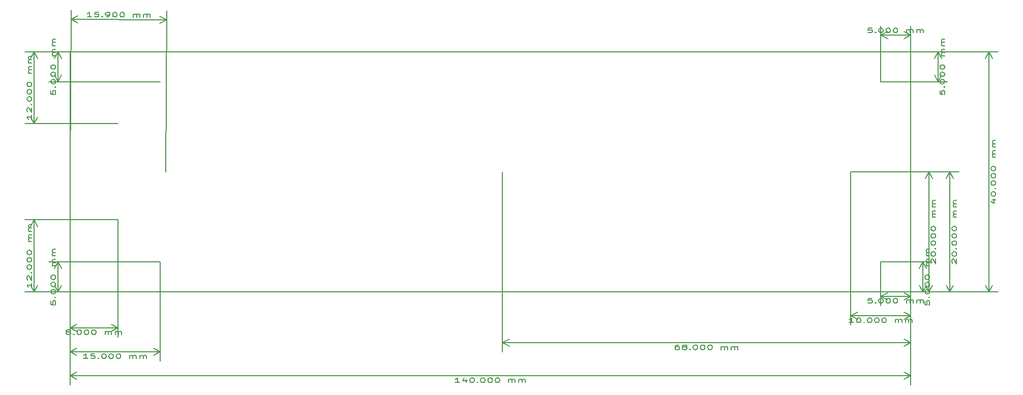
<source format=gbr>
G04 (created by PCBNEW (2013-mar-13)-testing) date Sat 16 Nov 2013 03:45:40 AM CET*
%MOIN*%
G04 Gerber Fmt 3.4, Leading zero omitted, Abs format*
%FSLAX34Y34*%
G01*
G70*
G90*
G04 APERTURE LIST*
%ADD10C,0.005906*%
%ADD11C,0.007500*%
%ADD12C,0.007874*%
G04 APERTURE END LIST*
G54D10*
G54D11*
X79269Y-62537D02*
X79173Y-62537D01*
X79126Y-62551D01*
X79102Y-62565D01*
X79054Y-62608D01*
X79030Y-62665D01*
X79030Y-62780D01*
X79054Y-62808D01*
X79078Y-62823D01*
X79126Y-62837D01*
X79221Y-62837D01*
X79269Y-62823D01*
X79292Y-62808D01*
X79316Y-62780D01*
X79316Y-62708D01*
X79292Y-62680D01*
X79269Y-62665D01*
X79221Y-62651D01*
X79126Y-62651D01*
X79078Y-62665D01*
X79054Y-62680D01*
X79030Y-62708D01*
X79602Y-62665D02*
X79554Y-62651D01*
X79530Y-62637D01*
X79507Y-62608D01*
X79507Y-62594D01*
X79530Y-62565D01*
X79554Y-62551D01*
X79602Y-62537D01*
X79697Y-62537D01*
X79745Y-62551D01*
X79769Y-62565D01*
X79792Y-62594D01*
X79792Y-62608D01*
X79769Y-62637D01*
X79745Y-62651D01*
X79697Y-62665D01*
X79602Y-62665D01*
X79554Y-62680D01*
X79530Y-62694D01*
X79507Y-62723D01*
X79507Y-62780D01*
X79530Y-62808D01*
X79554Y-62823D01*
X79602Y-62837D01*
X79697Y-62837D01*
X79745Y-62823D01*
X79769Y-62808D01*
X79792Y-62780D01*
X79792Y-62723D01*
X79769Y-62694D01*
X79745Y-62680D01*
X79697Y-62665D01*
X80007Y-62808D02*
X80030Y-62823D01*
X80007Y-62837D01*
X79983Y-62823D01*
X80007Y-62808D01*
X80007Y-62837D01*
X80340Y-62537D02*
X80388Y-62537D01*
X80435Y-62551D01*
X80459Y-62565D01*
X80483Y-62594D01*
X80507Y-62651D01*
X80507Y-62723D01*
X80483Y-62780D01*
X80459Y-62808D01*
X80435Y-62823D01*
X80388Y-62837D01*
X80340Y-62837D01*
X80292Y-62823D01*
X80269Y-62808D01*
X80245Y-62780D01*
X80221Y-62723D01*
X80221Y-62651D01*
X80245Y-62594D01*
X80269Y-62565D01*
X80292Y-62551D01*
X80340Y-62537D01*
X80816Y-62537D02*
X80864Y-62537D01*
X80911Y-62551D01*
X80935Y-62565D01*
X80959Y-62594D01*
X80983Y-62651D01*
X80983Y-62723D01*
X80959Y-62780D01*
X80935Y-62808D01*
X80911Y-62823D01*
X80864Y-62837D01*
X80816Y-62837D01*
X80769Y-62823D01*
X80745Y-62808D01*
X80721Y-62780D01*
X80697Y-62723D01*
X80697Y-62651D01*
X80721Y-62594D01*
X80745Y-62565D01*
X80769Y-62551D01*
X80816Y-62537D01*
X81292Y-62537D02*
X81340Y-62537D01*
X81388Y-62551D01*
X81411Y-62565D01*
X81435Y-62594D01*
X81459Y-62651D01*
X81459Y-62723D01*
X81435Y-62780D01*
X81411Y-62808D01*
X81388Y-62823D01*
X81340Y-62837D01*
X81292Y-62837D01*
X81245Y-62823D01*
X81221Y-62808D01*
X81197Y-62780D01*
X81173Y-62723D01*
X81173Y-62651D01*
X81197Y-62594D01*
X81221Y-62565D01*
X81245Y-62551D01*
X81292Y-62537D01*
X82054Y-62837D02*
X82054Y-62637D01*
X82054Y-62665D02*
X82078Y-62651D01*
X82126Y-62637D01*
X82197Y-62637D01*
X82245Y-62651D01*
X82269Y-62680D01*
X82269Y-62837D01*
X82269Y-62680D02*
X82292Y-62651D01*
X82340Y-62637D01*
X82411Y-62637D01*
X82459Y-62651D01*
X82483Y-62680D01*
X82483Y-62837D01*
X82721Y-62837D02*
X82721Y-62637D01*
X82721Y-62665D02*
X82745Y-62651D01*
X82792Y-62637D01*
X82864Y-62637D01*
X82911Y-62651D01*
X82935Y-62680D01*
X82935Y-62837D01*
X82935Y-62680D02*
X82959Y-62651D01*
X83007Y-62637D01*
X83078Y-62637D01*
X83126Y-62651D01*
X83149Y-62680D01*
X83149Y-62837D01*
X67716Y-62401D02*
X94488Y-62401D01*
X67716Y-51181D02*
X67716Y-63001D01*
X94488Y-51181D02*
X94488Y-63001D01*
X94488Y-62401D02*
X94044Y-62632D01*
X94488Y-62401D02*
X94044Y-62170D01*
X67716Y-62401D02*
X68160Y-62632D01*
X67716Y-62401D02*
X68160Y-62170D01*
X91932Y-59486D02*
X91694Y-59486D01*
X91670Y-59628D01*
X91694Y-59614D01*
X91742Y-59600D01*
X91861Y-59600D01*
X91908Y-59614D01*
X91932Y-59628D01*
X91956Y-59657D01*
X91956Y-59728D01*
X91932Y-59757D01*
X91908Y-59771D01*
X91861Y-59786D01*
X91742Y-59786D01*
X91694Y-59771D01*
X91670Y-59757D01*
X92170Y-59757D02*
X92194Y-59771D01*
X92170Y-59786D01*
X92146Y-59771D01*
X92170Y-59757D01*
X92170Y-59786D01*
X92503Y-59486D02*
X92551Y-59486D01*
X92599Y-59500D01*
X92622Y-59514D01*
X92646Y-59543D01*
X92670Y-59600D01*
X92670Y-59671D01*
X92646Y-59728D01*
X92622Y-59757D01*
X92599Y-59771D01*
X92551Y-59786D01*
X92503Y-59786D01*
X92456Y-59771D01*
X92432Y-59757D01*
X92408Y-59728D01*
X92384Y-59671D01*
X92384Y-59600D01*
X92408Y-59543D01*
X92432Y-59514D01*
X92456Y-59500D01*
X92503Y-59486D01*
X92980Y-59486D02*
X93027Y-59486D01*
X93075Y-59500D01*
X93099Y-59514D01*
X93122Y-59543D01*
X93146Y-59600D01*
X93146Y-59671D01*
X93122Y-59728D01*
X93099Y-59757D01*
X93075Y-59771D01*
X93027Y-59786D01*
X92980Y-59786D01*
X92932Y-59771D01*
X92908Y-59757D01*
X92884Y-59728D01*
X92861Y-59671D01*
X92861Y-59600D01*
X92884Y-59543D01*
X92908Y-59514D01*
X92932Y-59500D01*
X92980Y-59486D01*
X93456Y-59486D02*
X93503Y-59486D01*
X93551Y-59500D01*
X93575Y-59514D01*
X93599Y-59543D01*
X93622Y-59600D01*
X93622Y-59671D01*
X93599Y-59728D01*
X93575Y-59757D01*
X93551Y-59771D01*
X93503Y-59786D01*
X93456Y-59786D01*
X93408Y-59771D01*
X93384Y-59757D01*
X93361Y-59728D01*
X93337Y-59671D01*
X93337Y-59600D01*
X93361Y-59543D01*
X93384Y-59514D01*
X93408Y-59500D01*
X93456Y-59486D01*
X94218Y-59786D02*
X94218Y-59586D01*
X94218Y-59614D02*
X94242Y-59600D01*
X94289Y-59586D01*
X94361Y-59586D01*
X94408Y-59600D01*
X94432Y-59628D01*
X94432Y-59786D01*
X94432Y-59628D02*
X94456Y-59600D01*
X94503Y-59586D01*
X94575Y-59586D01*
X94622Y-59600D01*
X94646Y-59628D01*
X94646Y-59786D01*
X94884Y-59786D02*
X94884Y-59586D01*
X94884Y-59614D02*
X94908Y-59600D01*
X94956Y-59586D01*
X95027Y-59586D01*
X95075Y-59600D01*
X95099Y-59628D01*
X95099Y-59786D01*
X95099Y-59628D02*
X95122Y-59600D01*
X95170Y-59586D01*
X95242Y-59586D01*
X95289Y-59600D01*
X95313Y-59628D01*
X95313Y-59786D01*
X92519Y-59350D02*
X94488Y-59350D01*
X92519Y-57086D02*
X92519Y-59950D01*
X94488Y-57086D02*
X94488Y-59950D01*
X94488Y-59350D02*
X94044Y-59581D01*
X94488Y-59350D02*
X94044Y-59119D01*
X92519Y-59350D02*
X92963Y-59581D01*
X92519Y-59350D02*
X92963Y-59119D01*
X97211Y-57189D02*
X97197Y-57165D01*
X97182Y-57118D01*
X97182Y-56999D01*
X97197Y-56951D01*
X97211Y-56927D01*
X97240Y-56903D01*
X97268Y-56903D01*
X97311Y-56927D01*
X97482Y-57213D01*
X97482Y-56903D01*
X97182Y-56594D02*
X97182Y-56546D01*
X97197Y-56499D01*
X97211Y-56475D01*
X97240Y-56451D01*
X97297Y-56427D01*
X97368Y-56427D01*
X97425Y-56451D01*
X97454Y-56475D01*
X97468Y-56499D01*
X97482Y-56546D01*
X97482Y-56594D01*
X97468Y-56641D01*
X97454Y-56665D01*
X97425Y-56689D01*
X97368Y-56713D01*
X97297Y-56713D01*
X97240Y-56689D01*
X97211Y-56665D01*
X97197Y-56641D01*
X97182Y-56594D01*
X97454Y-56213D02*
X97468Y-56189D01*
X97482Y-56213D01*
X97468Y-56237D01*
X97454Y-56213D01*
X97482Y-56213D01*
X97182Y-55880D02*
X97182Y-55832D01*
X97197Y-55784D01*
X97211Y-55760D01*
X97240Y-55737D01*
X97297Y-55713D01*
X97368Y-55713D01*
X97425Y-55737D01*
X97454Y-55760D01*
X97468Y-55784D01*
X97482Y-55832D01*
X97482Y-55880D01*
X97468Y-55927D01*
X97454Y-55951D01*
X97425Y-55975D01*
X97368Y-55999D01*
X97297Y-55999D01*
X97240Y-55975D01*
X97211Y-55951D01*
X97197Y-55927D01*
X97182Y-55880D01*
X97182Y-55403D02*
X97182Y-55356D01*
X97197Y-55308D01*
X97211Y-55284D01*
X97240Y-55260D01*
X97297Y-55237D01*
X97368Y-55237D01*
X97425Y-55260D01*
X97454Y-55284D01*
X97468Y-55308D01*
X97482Y-55356D01*
X97482Y-55403D01*
X97468Y-55451D01*
X97454Y-55475D01*
X97425Y-55499D01*
X97368Y-55522D01*
X97297Y-55522D01*
X97240Y-55499D01*
X97211Y-55475D01*
X97197Y-55451D01*
X97182Y-55403D01*
X97182Y-54927D02*
X97182Y-54880D01*
X97197Y-54832D01*
X97211Y-54808D01*
X97240Y-54784D01*
X97297Y-54760D01*
X97368Y-54760D01*
X97425Y-54784D01*
X97454Y-54808D01*
X97468Y-54832D01*
X97482Y-54880D01*
X97482Y-54927D01*
X97468Y-54975D01*
X97454Y-54999D01*
X97425Y-55022D01*
X97368Y-55046D01*
X97297Y-55046D01*
X97240Y-55022D01*
X97211Y-54999D01*
X97197Y-54975D01*
X97182Y-54927D01*
X97482Y-54165D02*
X97282Y-54165D01*
X97311Y-54165D02*
X97297Y-54141D01*
X97282Y-54094D01*
X97282Y-54022D01*
X97297Y-53975D01*
X97325Y-53951D01*
X97482Y-53951D01*
X97325Y-53951D02*
X97297Y-53927D01*
X97282Y-53880D01*
X97282Y-53808D01*
X97297Y-53760D01*
X97325Y-53737D01*
X97482Y-53737D01*
X97482Y-53499D02*
X97282Y-53499D01*
X97311Y-53499D02*
X97297Y-53475D01*
X97282Y-53427D01*
X97282Y-53356D01*
X97297Y-53308D01*
X97325Y-53284D01*
X97482Y-53284D01*
X97325Y-53284D02*
X97297Y-53260D01*
X97282Y-53213D01*
X97282Y-53141D01*
X97297Y-53094D01*
X97325Y-53070D01*
X97482Y-53070D01*
X97047Y-59055D02*
X97047Y-51181D01*
X90551Y-59055D02*
X97647Y-59055D01*
X90551Y-51181D02*
X97647Y-51181D01*
X97047Y-51181D02*
X97278Y-51624D01*
X97047Y-51181D02*
X96816Y-51624D01*
X97047Y-59055D02*
X97278Y-58611D01*
X97047Y-59055D02*
X96816Y-58611D01*
X95411Y-59642D02*
X95411Y-59880D01*
X95554Y-59904D01*
X95539Y-59880D01*
X95525Y-59832D01*
X95525Y-59713D01*
X95539Y-59666D01*
X95554Y-59642D01*
X95582Y-59618D01*
X95654Y-59618D01*
X95682Y-59642D01*
X95697Y-59666D01*
X95711Y-59713D01*
X95711Y-59832D01*
X95697Y-59880D01*
X95682Y-59904D01*
X95682Y-59404D02*
X95697Y-59380D01*
X95711Y-59404D01*
X95697Y-59428D01*
X95682Y-59404D01*
X95711Y-59404D01*
X95411Y-59070D02*
X95411Y-59023D01*
X95425Y-58975D01*
X95439Y-58951D01*
X95468Y-58928D01*
X95525Y-58904D01*
X95597Y-58904D01*
X95654Y-58928D01*
X95682Y-58951D01*
X95697Y-58975D01*
X95711Y-59023D01*
X95711Y-59070D01*
X95697Y-59118D01*
X95682Y-59142D01*
X95654Y-59166D01*
X95597Y-59189D01*
X95525Y-59189D01*
X95468Y-59166D01*
X95439Y-59142D01*
X95425Y-59118D01*
X95411Y-59070D01*
X95411Y-58594D02*
X95411Y-58547D01*
X95425Y-58499D01*
X95439Y-58475D01*
X95468Y-58451D01*
X95525Y-58428D01*
X95597Y-58428D01*
X95654Y-58451D01*
X95682Y-58475D01*
X95697Y-58499D01*
X95711Y-58547D01*
X95711Y-58594D01*
X95697Y-58642D01*
X95682Y-58666D01*
X95654Y-58689D01*
X95597Y-58713D01*
X95525Y-58713D01*
X95468Y-58689D01*
X95439Y-58666D01*
X95425Y-58642D01*
X95411Y-58594D01*
X95411Y-58118D02*
X95411Y-58070D01*
X95425Y-58023D01*
X95439Y-57999D01*
X95468Y-57975D01*
X95525Y-57951D01*
X95597Y-57951D01*
X95654Y-57975D01*
X95682Y-57999D01*
X95697Y-58023D01*
X95711Y-58070D01*
X95711Y-58118D01*
X95697Y-58166D01*
X95682Y-58189D01*
X95654Y-58213D01*
X95597Y-58237D01*
X95525Y-58237D01*
X95468Y-58213D01*
X95439Y-58189D01*
X95425Y-58166D01*
X95411Y-58118D01*
X95711Y-57356D02*
X95511Y-57356D01*
X95539Y-57356D02*
X95525Y-57332D01*
X95511Y-57285D01*
X95511Y-57213D01*
X95525Y-57166D01*
X95554Y-57142D01*
X95711Y-57142D01*
X95554Y-57142D02*
X95525Y-57118D01*
X95511Y-57070D01*
X95511Y-56999D01*
X95525Y-56951D01*
X95554Y-56928D01*
X95711Y-56928D01*
X95711Y-56689D02*
X95511Y-56689D01*
X95539Y-56689D02*
X95525Y-56666D01*
X95511Y-56618D01*
X95511Y-56547D01*
X95525Y-56499D01*
X95554Y-56475D01*
X95711Y-56475D01*
X95554Y-56475D02*
X95525Y-56451D01*
X95511Y-56404D01*
X95511Y-56332D01*
X95525Y-56285D01*
X95554Y-56261D01*
X95711Y-56261D01*
X95275Y-59055D02*
X95275Y-57086D01*
X92519Y-59055D02*
X95875Y-59055D01*
X92519Y-57086D02*
X95875Y-57086D01*
X95275Y-57086D02*
X95506Y-57530D01*
X95275Y-57086D02*
X95044Y-57530D01*
X95275Y-59055D02*
X95506Y-58611D01*
X95275Y-59055D02*
X95044Y-58611D01*
X91932Y-41760D02*
X91694Y-41760D01*
X91670Y-41902D01*
X91694Y-41888D01*
X91742Y-41874D01*
X91861Y-41874D01*
X91908Y-41888D01*
X91932Y-41902D01*
X91956Y-41931D01*
X91956Y-42002D01*
X91932Y-42031D01*
X91908Y-42045D01*
X91861Y-42060D01*
X91742Y-42060D01*
X91694Y-42045D01*
X91670Y-42031D01*
X92170Y-42031D02*
X92194Y-42045D01*
X92170Y-42060D01*
X92146Y-42045D01*
X92170Y-42031D01*
X92170Y-42060D01*
X92503Y-41760D02*
X92551Y-41760D01*
X92599Y-41774D01*
X92622Y-41788D01*
X92646Y-41817D01*
X92670Y-41874D01*
X92670Y-41945D01*
X92646Y-42002D01*
X92622Y-42031D01*
X92599Y-42045D01*
X92551Y-42060D01*
X92503Y-42060D01*
X92456Y-42045D01*
X92432Y-42031D01*
X92408Y-42002D01*
X92384Y-41945D01*
X92384Y-41874D01*
X92408Y-41817D01*
X92432Y-41788D01*
X92456Y-41774D01*
X92503Y-41760D01*
X92980Y-41760D02*
X93027Y-41760D01*
X93075Y-41774D01*
X93099Y-41788D01*
X93122Y-41817D01*
X93146Y-41874D01*
X93146Y-41945D01*
X93122Y-42002D01*
X93099Y-42031D01*
X93075Y-42045D01*
X93027Y-42060D01*
X92980Y-42060D01*
X92932Y-42045D01*
X92908Y-42031D01*
X92884Y-42002D01*
X92861Y-41945D01*
X92861Y-41874D01*
X92884Y-41817D01*
X92908Y-41788D01*
X92932Y-41774D01*
X92980Y-41760D01*
X93456Y-41760D02*
X93503Y-41760D01*
X93551Y-41774D01*
X93575Y-41788D01*
X93599Y-41817D01*
X93622Y-41874D01*
X93622Y-41945D01*
X93599Y-42002D01*
X93575Y-42031D01*
X93551Y-42045D01*
X93503Y-42060D01*
X93456Y-42060D01*
X93408Y-42045D01*
X93384Y-42031D01*
X93361Y-42002D01*
X93337Y-41945D01*
X93337Y-41874D01*
X93361Y-41817D01*
X93384Y-41788D01*
X93408Y-41774D01*
X93456Y-41760D01*
X94218Y-42060D02*
X94218Y-41860D01*
X94218Y-41888D02*
X94242Y-41874D01*
X94289Y-41860D01*
X94361Y-41860D01*
X94408Y-41874D01*
X94432Y-41902D01*
X94432Y-42060D01*
X94432Y-41902D02*
X94456Y-41874D01*
X94503Y-41860D01*
X94575Y-41860D01*
X94622Y-41874D01*
X94646Y-41902D01*
X94646Y-42060D01*
X94884Y-42060D02*
X94884Y-41860D01*
X94884Y-41888D02*
X94908Y-41874D01*
X94956Y-41860D01*
X95027Y-41860D01*
X95075Y-41874D01*
X95099Y-41902D01*
X95099Y-42060D01*
X95099Y-41902D02*
X95122Y-41874D01*
X95170Y-41860D01*
X95242Y-41860D01*
X95289Y-41874D01*
X95313Y-41902D01*
X95313Y-42060D01*
X92519Y-42224D02*
X94488Y-42224D01*
X92519Y-45275D02*
X92519Y-41624D01*
X94488Y-45275D02*
X94488Y-41624D01*
X94488Y-42224D02*
X94044Y-42455D01*
X94488Y-42224D02*
X94044Y-41993D01*
X92519Y-42224D02*
X92963Y-42455D01*
X92519Y-42224D02*
X92963Y-41993D01*
X96395Y-45862D02*
X96395Y-46100D01*
X96538Y-46124D01*
X96524Y-46100D01*
X96509Y-46053D01*
X96509Y-45934D01*
X96524Y-45886D01*
X96538Y-45862D01*
X96566Y-45838D01*
X96638Y-45838D01*
X96666Y-45862D01*
X96681Y-45886D01*
X96695Y-45934D01*
X96695Y-46053D01*
X96681Y-46100D01*
X96666Y-46124D01*
X96666Y-45624D02*
X96681Y-45600D01*
X96695Y-45624D01*
X96681Y-45648D01*
X96666Y-45624D01*
X96695Y-45624D01*
X96395Y-45291D02*
X96395Y-45243D01*
X96409Y-45196D01*
X96424Y-45172D01*
X96452Y-45148D01*
X96509Y-45124D01*
X96581Y-45124D01*
X96638Y-45148D01*
X96666Y-45172D01*
X96681Y-45196D01*
X96695Y-45243D01*
X96695Y-45291D01*
X96681Y-45338D01*
X96666Y-45362D01*
X96638Y-45386D01*
X96581Y-45410D01*
X96509Y-45410D01*
X96452Y-45386D01*
X96424Y-45362D01*
X96409Y-45338D01*
X96395Y-45291D01*
X96395Y-44815D02*
X96395Y-44767D01*
X96409Y-44719D01*
X96424Y-44696D01*
X96452Y-44672D01*
X96509Y-44648D01*
X96581Y-44648D01*
X96638Y-44672D01*
X96666Y-44696D01*
X96681Y-44719D01*
X96695Y-44767D01*
X96695Y-44815D01*
X96681Y-44862D01*
X96666Y-44886D01*
X96638Y-44910D01*
X96581Y-44934D01*
X96509Y-44934D01*
X96452Y-44910D01*
X96424Y-44886D01*
X96409Y-44862D01*
X96395Y-44815D01*
X96395Y-44338D02*
X96395Y-44291D01*
X96409Y-44243D01*
X96424Y-44219D01*
X96452Y-44196D01*
X96509Y-44172D01*
X96581Y-44172D01*
X96638Y-44196D01*
X96666Y-44219D01*
X96681Y-44243D01*
X96695Y-44291D01*
X96695Y-44338D01*
X96681Y-44386D01*
X96666Y-44410D01*
X96638Y-44434D01*
X96581Y-44458D01*
X96509Y-44458D01*
X96452Y-44434D01*
X96424Y-44410D01*
X96409Y-44386D01*
X96395Y-44338D01*
X96695Y-43577D02*
X96495Y-43577D01*
X96524Y-43577D02*
X96509Y-43553D01*
X96495Y-43505D01*
X96495Y-43434D01*
X96509Y-43386D01*
X96538Y-43362D01*
X96695Y-43362D01*
X96538Y-43362D02*
X96509Y-43338D01*
X96495Y-43291D01*
X96495Y-43219D01*
X96509Y-43172D01*
X96538Y-43148D01*
X96695Y-43148D01*
X96695Y-42910D02*
X96495Y-42910D01*
X96524Y-42910D02*
X96509Y-42886D01*
X96495Y-42838D01*
X96495Y-42767D01*
X96509Y-42719D01*
X96538Y-42696D01*
X96695Y-42696D01*
X96538Y-42696D02*
X96509Y-42672D01*
X96495Y-42624D01*
X96495Y-42553D01*
X96509Y-42505D01*
X96538Y-42481D01*
X96695Y-42481D01*
X96259Y-45275D02*
X96259Y-43307D01*
X92519Y-45275D02*
X96859Y-45275D01*
X92519Y-43307D02*
X96859Y-43307D01*
X96259Y-43307D02*
X96490Y-43750D01*
X96259Y-43307D02*
X96028Y-43750D01*
X96259Y-45275D02*
X96490Y-44832D01*
X96259Y-45275D02*
X96028Y-44832D01*
X90733Y-61065D02*
X90448Y-61065D01*
X90591Y-61065D02*
X90591Y-60765D01*
X90543Y-60808D01*
X90495Y-60837D01*
X90448Y-60851D01*
X91043Y-60765D02*
X91091Y-60765D01*
X91138Y-60779D01*
X91162Y-60794D01*
X91186Y-60822D01*
X91210Y-60879D01*
X91210Y-60951D01*
X91186Y-61008D01*
X91162Y-61037D01*
X91138Y-61051D01*
X91091Y-61065D01*
X91043Y-61065D01*
X90995Y-61051D01*
X90972Y-61037D01*
X90948Y-61008D01*
X90924Y-60951D01*
X90924Y-60879D01*
X90948Y-60822D01*
X90972Y-60794D01*
X90995Y-60779D01*
X91043Y-60765D01*
X91424Y-61037D02*
X91448Y-61051D01*
X91424Y-61065D01*
X91400Y-61051D01*
X91424Y-61037D01*
X91424Y-61065D01*
X91757Y-60765D02*
X91805Y-60765D01*
X91853Y-60779D01*
X91876Y-60794D01*
X91900Y-60822D01*
X91924Y-60879D01*
X91924Y-60951D01*
X91900Y-61008D01*
X91876Y-61037D01*
X91853Y-61051D01*
X91805Y-61065D01*
X91757Y-61065D01*
X91710Y-61051D01*
X91686Y-61037D01*
X91662Y-61008D01*
X91638Y-60951D01*
X91638Y-60879D01*
X91662Y-60822D01*
X91686Y-60794D01*
X91710Y-60779D01*
X91757Y-60765D01*
X92233Y-60765D02*
X92281Y-60765D01*
X92329Y-60779D01*
X92353Y-60794D01*
X92376Y-60822D01*
X92400Y-60879D01*
X92400Y-60951D01*
X92376Y-61008D01*
X92353Y-61037D01*
X92329Y-61051D01*
X92281Y-61065D01*
X92233Y-61065D01*
X92186Y-61051D01*
X92162Y-61037D01*
X92138Y-61008D01*
X92114Y-60951D01*
X92114Y-60879D01*
X92138Y-60822D01*
X92162Y-60794D01*
X92186Y-60779D01*
X92233Y-60765D01*
X92710Y-60765D02*
X92757Y-60765D01*
X92805Y-60779D01*
X92829Y-60794D01*
X92853Y-60822D01*
X92876Y-60879D01*
X92876Y-60951D01*
X92853Y-61008D01*
X92829Y-61037D01*
X92805Y-61051D01*
X92757Y-61065D01*
X92710Y-61065D01*
X92662Y-61051D01*
X92638Y-61037D01*
X92614Y-61008D01*
X92591Y-60951D01*
X92591Y-60879D01*
X92614Y-60822D01*
X92638Y-60794D01*
X92662Y-60779D01*
X92710Y-60765D01*
X93472Y-61065D02*
X93472Y-60865D01*
X93472Y-60894D02*
X93495Y-60879D01*
X93543Y-60865D01*
X93614Y-60865D01*
X93662Y-60879D01*
X93686Y-60908D01*
X93686Y-61065D01*
X93686Y-60908D02*
X93710Y-60879D01*
X93757Y-60865D01*
X93829Y-60865D01*
X93876Y-60879D01*
X93900Y-60908D01*
X93900Y-61065D01*
X94138Y-61065D02*
X94138Y-60865D01*
X94138Y-60894D02*
X94162Y-60879D01*
X94210Y-60865D01*
X94281Y-60865D01*
X94329Y-60879D01*
X94353Y-60908D01*
X94353Y-61065D01*
X94353Y-60908D02*
X94376Y-60879D01*
X94424Y-60865D01*
X94495Y-60865D01*
X94543Y-60879D01*
X94567Y-60908D01*
X94567Y-61065D01*
X90551Y-60629D02*
X94488Y-60629D01*
X90551Y-51181D02*
X90551Y-61229D01*
X94488Y-51181D02*
X94488Y-61229D01*
X94488Y-60629D02*
X94044Y-60860D01*
X94488Y-60629D02*
X94044Y-60399D01*
X90551Y-60629D02*
X90994Y-60860D01*
X90551Y-60629D02*
X90994Y-60399D01*
X95833Y-57189D02*
X95819Y-57165D01*
X95805Y-57118D01*
X95805Y-56999D01*
X95819Y-56951D01*
X95833Y-56927D01*
X95862Y-56903D01*
X95890Y-56903D01*
X95933Y-56927D01*
X96105Y-57213D01*
X96105Y-56903D01*
X95805Y-56594D02*
X95805Y-56546D01*
X95819Y-56499D01*
X95833Y-56475D01*
X95862Y-56451D01*
X95919Y-56427D01*
X95990Y-56427D01*
X96047Y-56451D01*
X96076Y-56475D01*
X96090Y-56499D01*
X96105Y-56546D01*
X96105Y-56594D01*
X96090Y-56641D01*
X96076Y-56665D01*
X96047Y-56689D01*
X95990Y-56713D01*
X95919Y-56713D01*
X95862Y-56689D01*
X95833Y-56665D01*
X95819Y-56641D01*
X95805Y-56594D01*
X96076Y-56213D02*
X96090Y-56189D01*
X96105Y-56213D01*
X96090Y-56237D01*
X96076Y-56213D01*
X96105Y-56213D01*
X95805Y-55880D02*
X95805Y-55832D01*
X95819Y-55784D01*
X95833Y-55760D01*
X95862Y-55737D01*
X95919Y-55713D01*
X95990Y-55713D01*
X96047Y-55737D01*
X96076Y-55760D01*
X96090Y-55784D01*
X96105Y-55832D01*
X96105Y-55880D01*
X96090Y-55927D01*
X96076Y-55951D01*
X96047Y-55975D01*
X95990Y-55999D01*
X95919Y-55999D01*
X95862Y-55975D01*
X95833Y-55951D01*
X95819Y-55927D01*
X95805Y-55880D01*
X95805Y-55403D02*
X95805Y-55356D01*
X95819Y-55308D01*
X95833Y-55284D01*
X95862Y-55260D01*
X95919Y-55237D01*
X95990Y-55237D01*
X96047Y-55260D01*
X96076Y-55284D01*
X96090Y-55308D01*
X96105Y-55356D01*
X96105Y-55403D01*
X96090Y-55451D01*
X96076Y-55475D01*
X96047Y-55499D01*
X95990Y-55522D01*
X95919Y-55522D01*
X95862Y-55499D01*
X95833Y-55475D01*
X95819Y-55451D01*
X95805Y-55403D01*
X95805Y-54927D02*
X95805Y-54880D01*
X95819Y-54832D01*
X95833Y-54808D01*
X95862Y-54784D01*
X95919Y-54760D01*
X95990Y-54760D01*
X96047Y-54784D01*
X96076Y-54808D01*
X96090Y-54832D01*
X96105Y-54880D01*
X96105Y-54927D01*
X96090Y-54975D01*
X96076Y-54999D01*
X96047Y-55022D01*
X95990Y-55046D01*
X95919Y-55046D01*
X95862Y-55022D01*
X95833Y-54999D01*
X95819Y-54975D01*
X95805Y-54927D01*
X96105Y-54165D02*
X95905Y-54165D01*
X95933Y-54165D02*
X95919Y-54141D01*
X95905Y-54094D01*
X95905Y-54022D01*
X95919Y-53975D01*
X95947Y-53951D01*
X96105Y-53951D01*
X95947Y-53951D02*
X95919Y-53927D01*
X95905Y-53880D01*
X95905Y-53808D01*
X95919Y-53760D01*
X95947Y-53737D01*
X96105Y-53737D01*
X96105Y-53499D02*
X95905Y-53499D01*
X95933Y-53499D02*
X95919Y-53475D01*
X95905Y-53427D01*
X95905Y-53356D01*
X95919Y-53308D01*
X95947Y-53284D01*
X96105Y-53284D01*
X95947Y-53284D02*
X95919Y-53260D01*
X95905Y-53213D01*
X95905Y-53141D01*
X95919Y-53094D01*
X95947Y-53070D01*
X96105Y-53070D01*
X95669Y-59055D02*
X95669Y-51181D01*
X90551Y-59055D02*
X96269Y-59055D01*
X90551Y-51181D02*
X96269Y-51181D01*
X95669Y-51181D02*
X95900Y-51624D01*
X95669Y-51181D02*
X95438Y-51624D01*
X95669Y-59055D02*
X95900Y-58611D01*
X95669Y-59055D02*
X95438Y-58611D01*
X40778Y-41023D02*
X40492Y-41021D01*
X40635Y-41022D02*
X40637Y-40722D01*
X40589Y-40765D01*
X40541Y-40793D01*
X40493Y-40807D01*
X41232Y-40726D02*
X40994Y-40724D01*
X40969Y-40867D01*
X40993Y-40853D01*
X41041Y-40839D01*
X41160Y-40840D01*
X41207Y-40854D01*
X41231Y-40869D01*
X41255Y-40897D01*
X41254Y-40969D01*
X41230Y-40997D01*
X41206Y-41011D01*
X41158Y-41025D01*
X41039Y-41025D01*
X40992Y-41010D01*
X40968Y-40996D01*
X41468Y-40999D02*
X41492Y-41013D01*
X41468Y-41027D01*
X41444Y-41013D01*
X41468Y-40999D01*
X41468Y-41027D01*
X41730Y-41029D02*
X41825Y-41030D01*
X41873Y-41016D01*
X41897Y-41001D01*
X41945Y-40959D01*
X41969Y-40902D01*
X41969Y-40788D01*
X41946Y-40759D01*
X41922Y-40744D01*
X41875Y-40730D01*
X41779Y-40729D01*
X41732Y-40743D01*
X41708Y-40757D01*
X41684Y-40786D01*
X41683Y-40857D01*
X41707Y-40886D01*
X41731Y-40900D01*
X41778Y-40915D01*
X41873Y-40916D01*
X41921Y-40902D01*
X41945Y-40887D01*
X41969Y-40859D01*
X42279Y-40732D02*
X42327Y-40733D01*
X42375Y-40747D01*
X42398Y-40762D01*
X42422Y-40790D01*
X42445Y-40848D01*
X42445Y-40919D01*
X42421Y-40976D01*
X42397Y-41005D01*
X42373Y-41019D01*
X42325Y-41033D01*
X42277Y-41032D01*
X42230Y-41018D01*
X42206Y-41003D01*
X42183Y-40975D01*
X42159Y-40917D01*
X42160Y-40846D01*
X42184Y-40789D01*
X42208Y-40761D01*
X42232Y-40746D01*
X42279Y-40732D01*
X42756Y-40735D02*
X42803Y-40736D01*
X42851Y-40750D01*
X42874Y-40765D01*
X42898Y-40793D01*
X42921Y-40851D01*
X42921Y-40922D01*
X42897Y-40979D01*
X42873Y-41008D01*
X42849Y-41022D01*
X42801Y-41036D01*
X42754Y-41035D01*
X42706Y-41021D01*
X42682Y-41006D01*
X42659Y-40978D01*
X42635Y-40920D01*
X42636Y-40849D01*
X42660Y-40792D01*
X42684Y-40763D01*
X42708Y-40749D01*
X42756Y-40735D01*
X43516Y-41040D02*
X43517Y-40840D01*
X43517Y-40869D02*
X43541Y-40855D01*
X43588Y-40841D01*
X43660Y-40841D01*
X43707Y-40856D01*
X43731Y-40884D01*
X43730Y-41042D01*
X43731Y-40884D02*
X43755Y-40856D01*
X43803Y-40842D01*
X43874Y-40842D01*
X43921Y-40857D01*
X43945Y-40886D01*
X43944Y-41043D01*
X44182Y-41044D02*
X44183Y-40844D01*
X44183Y-40873D02*
X44207Y-40859D01*
X44255Y-40845D01*
X44326Y-40845D01*
X44374Y-40860D01*
X44397Y-40889D01*
X44396Y-41046D01*
X44397Y-40889D02*
X44421Y-40860D01*
X44469Y-40846D01*
X44541Y-40847D01*
X44588Y-40861D01*
X44612Y-40890D01*
X44611Y-41047D01*
X39432Y-41179D02*
X45692Y-41218D01*
X39370Y-51141D02*
X39436Y-40579D01*
X45629Y-51181D02*
X45696Y-40618D01*
X45692Y-41218D02*
X45247Y-41446D01*
X45692Y-41218D02*
X45250Y-40984D01*
X39432Y-41179D02*
X39874Y-41412D01*
X39432Y-41179D02*
X39877Y-40951D01*
X36843Y-47455D02*
X36843Y-47740D01*
X36843Y-47597D02*
X36543Y-47597D01*
X36586Y-47645D01*
X36615Y-47693D01*
X36629Y-47740D01*
X36572Y-47264D02*
X36557Y-47240D01*
X36543Y-47193D01*
X36543Y-47074D01*
X36557Y-47026D01*
X36572Y-47002D01*
X36600Y-46978D01*
X36629Y-46978D01*
X36672Y-47002D01*
X36843Y-47288D01*
X36843Y-46978D01*
X36815Y-46764D02*
X36829Y-46740D01*
X36843Y-46764D01*
X36829Y-46788D01*
X36815Y-46764D01*
X36843Y-46764D01*
X36543Y-46431D02*
X36543Y-46383D01*
X36557Y-46335D01*
X36572Y-46312D01*
X36600Y-46288D01*
X36657Y-46264D01*
X36729Y-46264D01*
X36786Y-46288D01*
X36815Y-46312D01*
X36829Y-46335D01*
X36843Y-46383D01*
X36843Y-46431D01*
X36829Y-46478D01*
X36815Y-46502D01*
X36786Y-46526D01*
X36729Y-46550D01*
X36657Y-46550D01*
X36600Y-46526D01*
X36572Y-46502D01*
X36557Y-46478D01*
X36543Y-46431D01*
X36543Y-45955D02*
X36543Y-45907D01*
X36557Y-45859D01*
X36572Y-45835D01*
X36600Y-45812D01*
X36657Y-45788D01*
X36729Y-45788D01*
X36786Y-45812D01*
X36815Y-45835D01*
X36829Y-45859D01*
X36843Y-45907D01*
X36843Y-45955D01*
X36829Y-46002D01*
X36815Y-46026D01*
X36786Y-46050D01*
X36729Y-46074D01*
X36657Y-46074D01*
X36600Y-46050D01*
X36572Y-46026D01*
X36557Y-46002D01*
X36543Y-45955D01*
X36543Y-45478D02*
X36543Y-45431D01*
X36557Y-45383D01*
X36572Y-45359D01*
X36600Y-45335D01*
X36657Y-45312D01*
X36729Y-45312D01*
X36786Y-45335D01*
X36815Y-45359D01*
X36829Y-45383D01*
X36843Y-45431D01*
X36843Y-45478D01*
X36829Y-45526D01*
X36815Y-45550D01*
X36786Y-45574D01*
X36729Y-45597D01*
X36657Y-45597D01*
X36600Y-45574D01*
X36572Y-45550D01*
X36557Y-45526D01*
X36543Y-45478D01*
X36843Y-44716D02*
X36643Y-44716D01*
X36672Y-44716D02*
X36657Y-44693D01*
X36643Y-44645D01*
X36643Y-44574D01*
X36657Y-44526D01*
X36686Y-44502D01*
X36843Y-44502D01*
X36686Y-44502D02*
X36657Y-44478D01*
X36643Y-44431D01*
X36643Y-44359D01*
X36657Y-44312D01*
X36686Y-44288D01*
X36843Y-44288D01*
X36843Y-44050D02*
X36643Y-44050D01*
X36672Y-44050D02*
X36657Y-44026D01*
X36643Y-43978D01*
X36643Y-43907D01*
X36657Y-43859D01*
X36686Y-43835D01*
X36843Y-43835D01*
X36686Y-43835D02*
X36657Y-43812D01*
X36643Y-43764D01*
X36643Y-43693D01*
X36657Y-43645D01*
X36686Y-43621D01*
X36843Y-43621D01*
X37007Y-48031D02*
X37007Y-43307D01*
X42519Y-48031D02*
X36407Y-48031D01*
X42519Y-43307D02*
X36407Y-43307D01*
X37007Y-43307D02*
X37238Y-43750D01*
X37007Y-43307D02*
X36776Y-43750D01*
X37007Y-48031D02*
X37238Y-47587D01*
X37007Y-48031D02*
X36776Y-47587D01*
X38118Y-45862D02*
X38118Y-46100D01*
X38261Y-46124D01*
X38246Y-46100D01*
X38232Y-46053D01*
X38232Y-45934D01*
X38246Y-45886D01*
X38261Y-45862D01*
X38289Y-45838D01*
X38361Y-45838D01*
X38389Y-45862D01*
X38404Y-45886D01*
X38418Y-45934D01*
X38418Y-46053D01*
X38404Y-46100D01*
X38389Y-46124D01*
X38389Y-45624D02*
X38404Y-45600D01*
X38418Y-45624D01*
X38404Y-45648D01*
X38389Y-45624D01*
X38418Y-45624D01*
X38118Y-45291D02*
X38118Y-45243D01*
X38132Y-45196D01*
X38146Y-45172D01*
X38175Y-45148D01*
X38232Y-45124D01*
X38304Y-45124D01*
X38361Y-45148D01*
X38389Y-45172D01*
X38404Y-45196D01*
X38418Y-45243D01*
X38418Y-45291D01*
X38404Y-45338D01*
X38389Y-45362D01*
X38361Y-45386D01*
X38304Y-45410D01*
X38232Y-45410D01*
X38175Y-45386D01*
X38146Y-45362D01*
X38132Y-45338D01*
X38118Y-45291D01*
X38118Y-44815D02*
X38118Y-44767D01*
X38132Y-44719D01*
X38146Y-44696D01*
X38175Y-44672D01*
X38232Y-44648D01*
X38304Y-44648D01*
X38361Y-44672D01*
X38389Y-44696D01*
X38404Y-44719D01*
X38418Y-44767D01*
X38418Y-44815D01*
X38404Y-44862D01*
X38389Y-44886D01*
X38361Y-44910D01*
X38304Y-44934D01*
X38232Y-44934D01*
X38175Y-44910D01*
X38146Y-44886D01*
X38132Y-44862D01*
X38118Y-44815D01*
X38118Y-44338D02*
X38118Y-44291D01*
X38132Y-44243D01*
X38146Y-44219D01*
X38175Y-44196D01*
X38232Y-44172D01*
X38304Y-44172D01*
X38361Y-44196D01*
X38389Y-44219D01*
X38404Y-44243D01*
X38418Y-44291D01*
X38418Y-44338D01*
X38404Y-44386D01*
X38389Y-44410D01*
X38361Y-44434D01*
X38304Y-44458D01*
X38232Y-44458D01*
X38175Y-44434D01*
X38146Y-44410D01*
X38132Y-44386D01*
X38118Y-44338D01*
X38418Y-43577D02*
X38218Y-43577D01*
X38246Y-43577D02*
X38232Y-43553D01*
X38218Y-43505D01*
X38218Y-43434D01*
X38232Y-43386D01*
X38261Y-43362D01*
X38418Y-43362D01*
X38261Y-43362D02*
X38232Y-43338D01*
X38218Y-43291D01*
X38218Y-43219D01*
X38232Y-43172D01*
X38261Y-43148D01*
X38418Y-43148D01*
X38418Y-42910D02*
X38218Y-42910D01*
X38246Y-42910D02*
X38232Y-42886D01*
X38218Y-42838D01*
X38218Y-42767D01*
X38232Y-42719D01*
X38261Y-42696D01*
X38418Y-42696D01*
X38261Y-42696D02*
X38232Y-42672D01*
X38218Y-42624D01*
X38218Y-42553D01*
X38232Y-42505D01*
X38261Y-42481D01*
X38418Y-42481D01*
X38582Y-45275D02*
X38582Y-43307D01*
X45275Y-45275D02*
X37982Y-45275D01*
X45275Y-43307D02*
X37982Y-43307D01*
X38582Y-43307D02*
X38813Y-43750D01*
X38582Y-43307D02*
X38351Y-43750D01*
X38582Y-45275D02*
X38813Y-44832D01*
X38582Y-45275D02*
X38351Y-44832D01*
X36843Y-58478D02*
X36843Y-58764D01*
X36843Y-58621D02*
X36543Y-58621D01*
X36586Y-58669D01*
X36615Y-58716D01*
X36629Y-58764D01*
X36572Y-58288D02*
X36557Y-58264D01*
X36543Y-58216D01*
X36543Y-58097D01*
X36557Y-58050D01*
X36572Y-58026D01*
X36600Y-58002D01*
X36629Y-58002D01*
X36672Y-58026D01*
X36843Y-58311D01*
X36843Y-58002D01*
X36815Y-57788D02*
X36829Y-57764D01*
X36843Y-57788D01*
X36829Y-57811D01*
X36815Y-57788D01*
X36843Y-57788D01*
X36543Y-57454D02*
X36543Y-57407D01*
X36557Y-57359D01*
X36572Y-57335D01*
X36600Y-57311D01*
X36657Y-57288D01*
X36729Y-57288D01*
X36786Y-57311D01*
X36815Y-57335D01*
X36829Y-57359D01*
X36843Y-57407D01*
X36843Y-57454D01*
X36829Y-57502D01*
X36815Y-57526D01*
X36786Y-57550D01*
X36729Y-57573D01*
X36657Y-57573D01*
X36600Y-57550D01*
X36572Y-57526D01*
X36557Y-57502D01*
X36543Y-57454D01*
X36543Y-56978D02*
X36543Y-56931D01*
X36557Y-56883D01*
X36572Y-56859D01*
X36600Y-56835D01*
X36657Y-56811D01*
X36729Y-56811D01*
X36786Y-56835D01*
X36815Y-56859D01*
X36829Y-56883D01*
X36843Y-56931D01*
X36843Y-56978D01*
X36829Y-57026D01*
X36815Y-57050D01*
X36786Y-57073D01*
X36729Y-57097D01*
X36657Y-57097D01*
X36600Y-57073D01*
X36572Y-57050D01*
X36557Y-57026D01*
X36543Y-56978D01*
X36543Y-56502D02*
X36543Y-56454D01*
X36557Y-56407D01*
X36572Y-56383D01*
X36600Y-56359D01*
X36657Y-56335D01*
X36729Y-56335D01*
X36786Y-56359D01*
X36815Y-56383D01*
X36829Y-56407D01*
X36843Y-56454D01*
X36843Y-56502D01*
X36829Y-56550D01*
X36815Y-56573D01*
X36786Y-56597D01*
X36729Y-56621D01*
X36657Y-56621D01*
X36600Y-56597D01*
X36572Y-56573D01*
X36557Y-56550D01*
X36543Y-56502D01*
X36843Y-55740D02*
X36643Y-55740D01*
X36672Y-55740D02*
X36657Y-55716D01*
X36643Y-55669D01*
X36643Y-55597D01*
X36657Y-55550D01*
X36686Y-55526D01*
X36843Y-55526D01*
X36686Y-55526D02*
X36657Y-55502D01*
X36643Y-55454D01*
X36643Y-55383D01*
X36657Y-55335D01*
X36686Y-55311D01*
X36843Y-55311D01*
X36843Y-55073D02*
X36643Y-55073D01*
X36672Y-55073D02*
X36657Y-55050D01*
X36643Y-55002D01*
X36643Y-54931D01*
X36657Y-54883D01*
X36686Y-54859D01*
X36843Y-54859D01*
X36686Y-54859D02*
X36657Y-54835D01*
X36643Y-54788D01*
X36643Y-54716D01*
X36657Y-54669D01*
X36686Y-54645D01*
X36843Y-54645D01*
X37007Y-59055D02*
X37007Y-54330D01*
X42519Y-59055D02*
X36407Y-59055D01*
X42519Y-54330D02*
X36407Y-54330D01*
X37007Y-54330D02*
X37238Y-54774D01*
X37007Y-54330D02*
X36776Y-54774D01*
X37007Y-59055D02*
X37238Y-58611D01*
X37007Y-59055D02*
X36776Y-58611D01*
X38118Y-59642D02*
X38118Y-59880D01*
X38261Y-59904D01*
X38246Y-59880D01*
X38232Y-59832D01*
X38232Y-59713D01*
X38246Y-59666D01*
X38261Y-59642D01*
X38289Y-59618D01*
X38361Y-59618D01*
X38389Y-59642D01*
X38404Y-59666D01*
X38418Y-59713D01*
X38418Y-59832D01*
X38404Y-59880D01*
X38389Y-59904D01*
X38389Y-59404D02*
X38404Y-59380D01*
X38418Y-59404D01*
X38404Y-59428D01*
X38389Y-59404D01*
X38418Y-59404D01*
X38118Y-59070D02*
X38118Y-59023D01*
X38132Y-58975D01*
X38146Y-58951D01*
X38175Y-58928D01*
X38232Y-58904D01*
X38304Y-58904D01*
X38361Y-58928D01*
X38389Y-58951D01*
X38404Y-58975D01*
X38418Y-59023D01*
X38418Y-59070D01*
X38404Y-59118D01*
X38389Y-59142D01*
X38361Y-59166D01*
X38304Y-59189D01*
X38232Y-59189D01*
X38175Y-59166D01*
X38146Y-59142D01*
X38132Y-59118D01*
X38118Y-59070D01*
X38118Y-58594D02*
X38118Y-58547D01*
X38132Y-58499D01*
X38146Y-58475D01*
X38175Y-58451D01*
X38232Y-58428D01*
X38304Y-58428D01*
X38361Y-58451D01*
X38389Y-58475D01*
X38404Y-58499D01*
X38418Y-58547D01*
X38418Y-58594D01*
X38404Y-58642D01*
X38389Y-58666D01*
X38361Y-58689D01*
X38304Y-58713D01*
X38232Y-58713D01*
X38175Y-58689D01*
X38146Y-58666D01*
X38132Y-58642D01*
X38118Y-58594D01*
X38118Y-58118D02*
X38118Y-58070D01*
X38132Y-58023D01*
X38146Y-57999D01*
X38175Y-57975D01*
X38232Y-57951D01*
X38304Y-57951D01*
X38361Y-57975D01*
X38389Y-57999D01*
X38404Y-58023D01*
X38418Y-58070D01*
X38418Y-58118D01*
X38404Y-58166D01*
X38389Y-58189D01*
X38361Y-58213D01*
X38304Y-58237D01*
X38232Y-58237D01*
X38175Y-58213D01*
X38146Y-58189D01*
X38132Y-58166D01*
X38118Y-58118D01*
X38418Y-57356D02*
X38218Y-57356D01*
X38246Y-57356D02*
X38232Y-57332D01*
X38218Y-57285D01*
X38218Y-57213D01*
X38232Y-57166D01*
X38261Y-57142D01*
X38418Y-57142D01*
X38261Y-57142D02*
X38232Y-57118D01*
X38218Y-57070D01*
X38218Y-56999D01*
X38232Y-56951D01*
X38261Y-56928D01*
X38418Y-56928D01*
X38418Y-56689D02*
X38218Y-56689D01*
X38246Y-56689D02*
X38232Y-56666D01*
X38218Y-56618D01*
X38218Y-56547D01*
X38232Y-56499D01*
X38261Y-56475D01*
X38418Y-56475D01*
X38261Y-56475D02*
X38232Y-56451D01*
X38218Y-56404D01*
X38218Y-56332D01*
X38232Y-56285D01*
X38261Y-56261D01*
X38418Y-56261D01*
X38582Y-59055D02*
X38582Y-57086D01*
X45275Y-59055D02*
X37982Y-59055D01*
X45275Y-57086D02*
X37982Y-57086D01*
X38582Y-57086D02*
X38813Y-57530D01*
X38582Y-57086D02*
X38351Y-57530D01*
X38582Y-59055D02*
X38813Y-58611D01*
X38582Y-59055D02*
X38351Y-58611D01*
X39206Y-61681D02*
X39159Y-61667D01*
X39135Y-61653D01*
X39111Y-61624D01*
X39111Y-61610D01*
X39135Y-61581D01*
X39159Y-61567D01*
X39206Y-61553D01*
X39302Y-61553D01*
X39349Y-61567D01*
X39373Y-61581D01*
X39397Y-61610D01*
X39397Y-61624D01*
X39373Y-61653D01*
X39349Y-61667D01*
X39302Y-61681D01*
X39206Y-61681D01*
X39159Y-61695D01*
X39135Y-61710D01*
X39111Y-61738D01*
X39111Y-61795D01*
X39135Y-61824D01*
X39159Y-61838D01*
X39206Y-61853D01*
X39302Y-61853D01*
X39349Y-61838D01*
X39373Y-61824D01*
X39397Y-61795D01*
X39397Y-61738D01*
X39373Y-61710D01*
X39349Y-61695D01*
X39302Y-61681D01*
X39611Y-61824D02*
X39635Y-61838D01*
X39611Y-61853D01*
X39587Y-61838D01*
X39611Y-61824D01*
X39611Y-61853D01*
X39944Y-61553D02*
X39992Y-61553D01*
X40040Y-61567D01*
X40063Y-61581D01*
X40087Y-61610D01*
X40111Y-61667D01*
X40111Y-61738D01*
X40087Y-61795D01*
X40063Y-61824D01*
X40040Y-61838D01*
X39992Y-61853D01*
X39944Y-61853D01*
X39897Y-61838D01*
X39873Y-61824D01*
X39849Y-61795D01*
X39825Y-61738D01*
X39825Y-61667D01*
X39849Y-61610D01*
X39873Y-61581D01*
X39897Y-61567D01*
X39944Y-61553D01*
X40421Y-61553D02*
X40468Y-61553D01*
X40516Y-61567D01*
X40540Y-61581D01*
X40563Y-61610D01*
X40587Y-61667D01*
X40587Y-61738D01*
X40563Y-61795D01*
X40540Y-61824D01*
X40516Y-61838D01*
X40468Y-61853D01*
X40421Y-61853D01*
X40373Y-61838D01*
X40349Y-61824D01*
X40325Y-61795D01*
X40302Y-61738D01*
X40302Y-61667D01*
X40325Y-61610D01*
X40349Y-61581D01*
X40373Y-61567D01*
X40421Y-61553D01*
X40897Y-61553D02*
X40944Y-61553D01*
X40992Y-61567D01*
X41016Y-61581D01*
X41040Y-61610D01*
X41063Y-61667D01*
X41063Y-61738D01*
X41040Y-61795D01*
X41016Y-61824D01*
X40992Y-61838D01*
X40944Y-61853D01*
X40897Y-61853D01*
X40849Y-61838D01*
X40825Y-61824D01*
X40802Y-61795D01*
X40778Y-61738D01*
X40778Y-61667D01*
X40802Y-61610D01*
X40825Y-61581D01*
X40849Y-61567D01*
X40897Y-61553D01*
X41659Y-61853D02*
X41659Y-61653D01*
X41659Y-61681D02*
X41682Y-61667D01*
X41730Y-61653D01*
X41802Y-61653D01*
X41849Y-61667D01*
X41873Y-61695D01*
X41873Y-61853D01*
X41873Y-61695D02*
X41897Y-61667D01*
X41944Y-61653D01*
X42016Y-61653D01*
X42063Y-61667D01*
X42087Y-61695D01*
X42087Y-61853D01*
X42325Y-61853D02*
X42325Y-61653D01*
X42325Y-61681D02*
X42349Y-61667D01*
X42397Y-61653D01*
X42468Y-61653D01*
X42516Y-61667D01*
X42540Y-61695D01*
X42540Y-61853D01*
X42540Y-61695D02*
X42563Y-61667D01*
X42611Y-61653D01*
X42682Y-61653D01*
X42730Y-61667D01*
X42754Y-61695D01*
X42754Y-61853D01*
X39370Y-61417D02*
X42519Y-61417D01*
X39370Y-54330D02*
X39370Y-62017D01*
X42519Y-54330D02*
X42519Y-62017D01*
X42519Y-61417D02*
X42076Y-61648D01*
X42519Y-61417D02*
X42076Y-61186D01*
X39370Y-61417D02*
X39813Y-61648D01*
X39370Y-61417D02*
X39813Y-61186D01*
X40537Y-63427D02*
X40251Y-63427D01*
X40394Y-63427D02*
X40394Y-63127D01*
X40346Y-63170D01*
X40299Y-63199D01*
X40251Y-63213D01*
X40989Y-63127D02*
X40751Y-63127D01*
X40727Y-63270D01*
X40751Y-63256D01*
X40799Y-63242D01*
X40918Y-63242D01*
X40965Y-63256D01*
X40989Y-63270D01*
X41013Y-63299D01*
X41013Y-63370D01*
X40989Y-63399D01*
X40965Y-63413D01*
X40918Y-63427D01*
X40799Y-63427D01*
X40751Y-63413D01*
X40727Y-63399D01*
X41227Y-63399D02*
X41251Y-63413D01*
X41227Y-63427D01*
X41203Y-63413D01*
X41227Y-63399D01*
X41227Y-63427D01*
X41560Y-63127D02*
X41608Y-63127D01*
X41656Y-63142D01*
X41679Y-63156D01*
X41703Y-63184D01*
X41727Y-63242D01*
X41727Y-63313D01*
X41703Y-63370D01*
X41679Y-63399D01*
X41656Y-63413D01*
X41608Y-63427D01*
X41560Y-63427D01*
X41513Y-63413D01*
X41489Y-63399D01*
X41465Y-63370D01*
X41441Y-63313D01*
X41441Y-63242D01*
X41465Y-63184D01*
X41489Y-63156D01*
X41513Y-63142D01*
X41560Y-63127D01*
X42037Y-63127D02*
X42084Y-63127D01*
X42132Y-63142D01*
X42156Y-63156D01*
X42179Y-63184D01*
X42203Y-63242D01*
X42203Y-63313D01*
X42179Y-63370D01*
X42156Y-63399D01*
X42132Y-63413D01*
X42084Y-63427D01*
X42037Y-63427D01*
X41989Y-63413D01*
X41965Y-63399D01*
X41941Y-63370D01*
X41918Y-63313D01*
X41918Y-63242D01*
X41941Y-63184D01*
X41965Y-63156D01*
X41989Y-63142D01*
X42037Y-63127D01*
X42513Y-63127D02*
X42560Y-63127D01*
X42608Y-63142D01*
X42632Y-63156D01*
X42656Y-63184D01*
X42679Y-63242D01*
X42679Y-63313D01*
X42656Y-63370D01*
X42632Y-63399D01*
X42608Y-63413D01*
X42560Y-63427D01*
X42513Y-63427D01*
X42465Y-63413D01*
X42441Y-63399D01*
X42418Y-63370D01*
X42394Y-63313D01*
X42394Y-63242D01*
X42418Y-63184D01*
X42441Y-63156D01*
X42465Y-63142D01*
X42513Y-63127D01*
X43275Y-63427D02*
X43275Y-63227D01*
X43275Y-63256D02*
X43299Y-63242D01*
X43346Y-63227D01*
X43418Y-63227D01*
X43465Y-63242D01*
X43489Y-63270D01*
X43489Y-63427D01*
X43489Y-63270D02*
X43513Y-63242D01*
X43560Y-63227D01*
X43632Y-63227D01*
X43679Y-63242D01*
X43703Y-63270D01*
X43703Y-63427D01*
X43941Y-63427D02*
X43941Y-63227D01*
X43941Y-63256D02*
X43965Y-63242D01*
X44013Y-63227D01*
X44084Y-63227D01*
X44132Y-63242D01*
X44156Y-63270D01*
X44156Y-63427D01*
X44156Y-63270D02*
X44179Y-63242D01*
X44227Y-63227D01*
X44299Y-63227D01*
X44346Y-63242D01*
X44370Y-63270D01*
X44370Y-63427D01*
X39370Y-62992D02*
X45275Y-62992D01*
X39370Y-57086D02*
X39370Y-63592D01*
X45275Y-57086D02*
X45275Y-63592D01*
X45275Y-62992D02*
X44832Y-63223D01*
X45275Y-62992D02*
X44832Y-62761D01*
X39370Y-62992D02*
X39813Y-63223D01*
X39370Y-62992D02*
X39813Y-62761D01*
X99842Y-53014D02*
X100042Y-53014D01*
X99727Y-53133D02*
X99942Y-53252D01*
X99942Y-52943D01*
X99742Y-52657D02*
X99742Y-52609D01*
X99756Y-52562D01*
X99770Y-52538D01*
X99799Y-52514D01*
X99856Y-52490D01*
X99927Y-52490D01*
X99984Y-52514D01*
X100013Y-52538D01*
X100027Y-52562D01*
X100042Y-52609D01*
X100042Y-52657D01*
X100027Y-52704D01*
X100013Y-52728D01*
X99984Y-52752D01*
X99927Y-52776D01*
X99856Y-52776D01*
X99799Y-52752D01*
X99770Y-52728D01*
X99756Y-52704D01*
X99742Y-52657D01*
X100013Y-52276D02*
X100027Y-52252D01*
X100042Y-52276D01*
X100027Y-52300D01*
X100013Y-52276D01*
X100042Y-52276D01*
X99742Y-51943D02*
X99742Y-51895D01*
X99756Y-51847D01*
X99770Y-51823D01*
X99799Y-51800D01*
X99856Y-51776D01*
X99927Y-51776D01*
X99984Y-51800D01*
X100013Y-51823D01*
X100027Y-51847D01*
X100042Y-51895D01*
X100042Y-51943D01*
X100027Y-51990D01*
X100013Y-52014D01*
X99984Y-52038D01*
X99927Y-52062D01*
X99856Y-52062D01*
X99799Y-52038D01*
X99770Y-52014D01*
X99756Y-51990D01*
X99742Y-51943D01*
X99742Y-51466D02*
X99742Y-51419D01*
X99756Y-51371D01*
X99770Y-51347D01*
X99799Y-51323D01*
X99856Y-51300D01*
X99927Y-51300D01*
X99984Y-51323D01*
X100013Y-51347D01*
X100027Y-51371D01*
X100042Y-51419D01*
X100042Y-51466D01*
X100027Y-51514D01*
X100013Y-51538D01*
X99984Y-51562D01*
X99927Y-51585D01*
X99856Y-51585D01*
X99799Y-51562D01*
X99770Y-51538D01*
X99756Y-51514D01*
X99742Y-51466D01*
X99742Y-50990D02*
X99742Y-50943D01*
X99756Y-50895D01*
X99770Y-50871D01*
X99799Y-50847D01*
X99856Y-50823D01*
X99927Y-50823D01*
X99984Y-50847D01*
X100013Y-50871D01*
X100027Y-50895D01*
X100042Y-50943D01*
X100042Y-50990D01*
X100027Y-51038D01*
X100013Y-51062D01*
X99984Y-51085D01*
X99927Y-51109D01*
X99856Y-51109D01*
X99799Y-51085D01*
X99770Y-51062D01*
X99756Y-51038D01*
X99742Y-50990D01*
X100042Y-50228D02*
X99842Y-50228D01*
X99870Y-50228D02*
X99856Y-50204D01*
X99842Y-50157D01*
X99842Y-50085D01*
X99856Y-50038D01*
X99884Y-50014D01*
X100042Y-50014D01*
X99884Y-50014D02*
X99856Y-49990D01*
X99842Y-49943D01*
X99842Y-49871D01*
X99856Y-49823D01*
X99884Y-49800D01*
X100042Y-49800D01*
X100042Y-49562D02*
X99842Y-49562D01*
X99870Y-49562D02*
X99856Y-49538D01*
X99842Y-49490D01*
X99842Y-49419D01*
X99856Y-49371D01*
X99884Y-49347D01*
X100042Y-49347D01*
X99884Y-49347D02*
X99856Y-49323D01*
X99842Y-49276D01*
X99842Y-49204D01*
X99856Y-49157D01*
X99884Y-49133D01*
X100042Y-49133D01*
X99606Y-59055D02*
X99606Y-43307D01*
X94488Y-59055D02*
X100206Y-59055D01*
X94488Y-43307D02*
X100206Y-43307D01*
X99606Y-43307D02*
X99837Y-43750D01*
X99606Y-43307D02*
X99375Y-43750D01*
X99606Y-59055D02*
X99837Y-58611D01*
X99606Y-59055D02*
X99375Y-58611D01*
X64905Y-65002D02*
X64619Y-65002D01*
X64762Y-65002D02*
X64762Y-64702D01*
X64714Y-64745D01*
X64667Y-64774D01*
X64619Y-64788D01*
X65333Y-64802D02*
X65333Y-65002D01*
X65214Y-64688D02*
X65095Y-64902D01*
X65405Y-64902D01*
X65691Y-64702D02*
X65738Y-64702D01*
X65786Y-64716D01*
X65810Y-64731D01*
X65833Y-64759D01*
X65857Y-64816D01*
X65857Y-64888D01*
X65833Y-64945D01*
X65810Y-64974D01*
X65786Y-64988D01*
X65738Y-65002D01*
X65691Y-65002D01*
X65643Y-64988D01*
X65619Y-64974D01*
X65595Y-64945D01*
X65571Y-64888D01*
X65571Y-64816D01*
X65595Y-64759D01*
X65619Y-64731D01*
X65643Y-64716D01*
X65691Y-64702D01*
X66071Y-64974D02*
X66095Y-64988D01*
X66071Y-65002D01*
X66048Y-64988D01*
X66071Y-64974D01*
X66071Y-65002D01*
X66405Y-64702D02*
X66452Y-64702D01*
X66500Y-64716D01*
X66524Y-64731D01*
X66548Y-64759D01*
X66571Y-64816D01*
X66571Y-64888D01*
X66548Y-64945D01*
X66524Y-64974D01*
X66500Y-64988D01*
X66452Y-65002D01*
X66405Y-65002D01*
X66357Y-64988D01*
X66333Y-64974D01*
X66310Y-64945D01*
X66286Y-64888D01*
X66286Y-64816D01*
X66310Y-64759D01*
X66333Y-64731D01*
X66357Y-64716D01*
X66405Y-64702D01*
X66881Y-64702D02*
X66929Y-64702D01*
X66976Y-64716D01*
X67000Y-64731D01*
X67024Y-64759D01*
X67048Y-64816D01*
X67048Y-64888D01*
X67024Y-64945D01*
X67000Y-64974D01*
X66976Y-64988D01*
X66929Y-65002D01*
X66881Y-65002D01*
X66833Y-64988D01*
X66810Y-64974D01*
X66786Y-64945D01*
X66762Y-64888D01*
X66762Y-64816D01*
X66786Y-64759D01*
X66810Y-64731D01*
X66833Y-64716D01*
X66881Y-64702D01*
X67357Y-64702D02*
X67405Y-64702D01*
X67452Y-64716D01*
X67476Y-64731D01*
X67500Y-64759D01*
X67524Y-64816D01*
X67524Y-64888D01*
X67500Y-64945D01*
X67476Y-64974D01*
X67452Y-64988D01*
X67405Y-65002D01*
X67357Y-65002D01*
X67310Y-64988D01*
X67286Y-64974D01*
X67262Y-64945D01*
X67238Y-64888D01*
X67238Y-64816D01*
X67262Y-64759D01*
X67286Y-64731D01*
X67310Y-64716D01*
X67357Y-64702D01*
X68119Y-65002D02*
X68119Y-64802D01*
X68119Y-64831D02*
X68143Y-64816D01*
X68191Y-64802D01*
X68262Y-64802D01*
X68310Y-64816D01*
X68333Y-64845D01*
X68333Y-65002D01*
X68333Y-64845D02*
X68357Y-64816D01*
X68405Y-64802D01*
X68476Y-64802D01*
X68524Y-64816D01*
X68548Y-64845D01*
X68548Y-65002D01*
X68786Y-65002D02*
X68786Y-64802D01*
X68786Y-64831D02*
X68810Y-64816D01*
X68857Y-64802D01*
X68929Y-64802D01*
X68976Y-64816D01*
X69000Y-64845D01*
X69000Y-65002D01*
X69000Y-64845D02*
X69024Y-64816D01*
X69071Y-64802D01*
X69143Y-64802D01*
X69191Y-64816D01*
X69214Y-64845D01*
X69214Y-65002D01*
X39370Y-64566D02*
X94488Y-64566D01*
X39370Y-59055D02*
X39370Y-65166D01*
X94488Y-59055D02*
X94488Y-65166D01*
X94488Y-64566D02*
X94044Y-64797D01*
X94488Y-64566D02*
X94044Y-64336D01*
X39370Y-64566D02*
X39813Y-64797D01*
X39370Y-64566D02*
X39813Y-64336D01*
G54D12*
X39370Y-43307D02*
X94488Y-43307D01*
X39370Y-59055D02*
X39370Y-43307D01*
X94488Y-59055D02*
X94488Y-43307D01*
X39370Y-59055D02*
X94488Y-59055D01*
M02*

</source>
